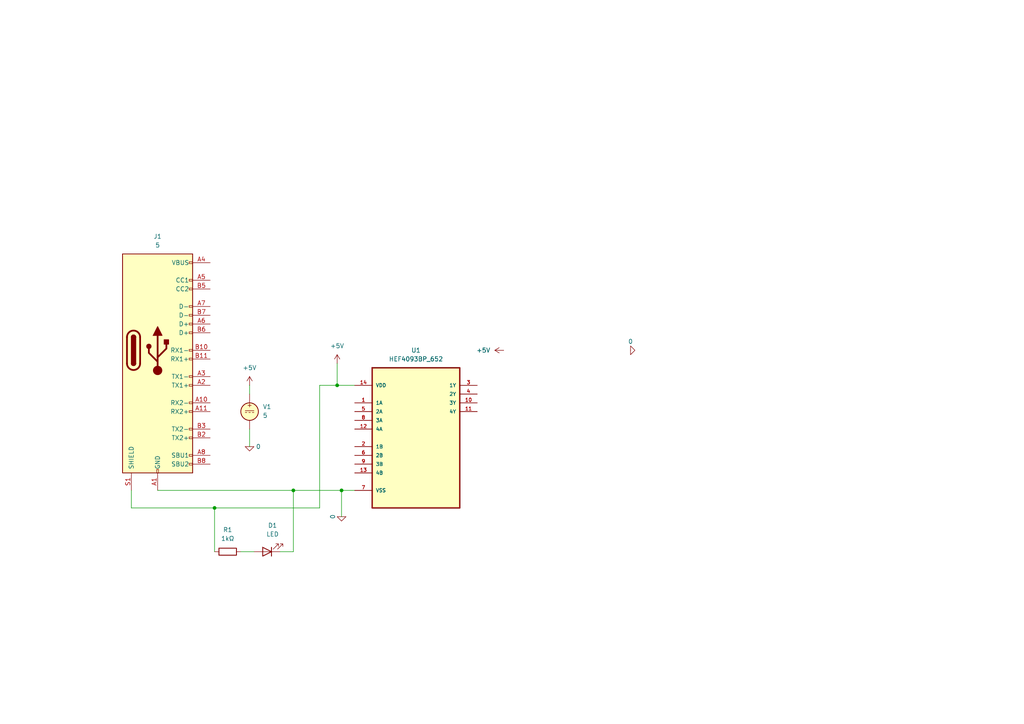
<source format=kicad_sch>
(kicad_sch (version 20231120) (generator "eeschema") (generator_version "8.0")
  (paper "A4")
  (lib_symbols
    (symbol "Connector:USB_C_Receptacle" (pin_names (offset 1.016))
      (property "Reference" "J" (at -10.16 29.21 0))
      (property "Value" "USB_C_Receptacle" (at 10.16 29.21 0))
      (symbol "USB_C_Receptacle_0_0"
        (rectangle (start -0.254 -35.56) (end 0.254 -34.544))
        (rectangle (start 10.16 -32.766) (end 9.144 -33.274))
        (rectangle (start 10.16 -30.226) (end 9.144 -30.734))
        (rectangle (start 10.16 -25.146) (end 9.144 -25.654))
        (rectangle (start 10.16 -22.606) (end 9.144 -23.114))
        (rectangle (start 10.16 -17.526) (end 9.144 -18.034))
        (rectangle (start 10.16 -14.986) (end 9.144 -15.494))
        (rectangle (start 10.16 -9.906) (end 9.144 -10.414))
        (rectangle (start 10.16 -7.366) (end 9.144 -7.874))
        (rectangle (start 10.16 -2.286) (end 9.144 -2.794))
        (rectangle (start 10.16 0.254) (end 9.144 -0.254))
        (rectangle (start 10.16 5.334) (end 9.144 4.826))
        (rectangle (start 10.16 7.874) (end 9.144 7.366))
        (rectangle (start 10.16 10.414) (end 9.144 9.906))
        (rectangle (start 10.16 12.954) (end 9.144 12.446))
        (rectangle (start 10.16 18.034) (end 9.144 17.526))
        (rectangle (start 10.16 20.574) (end 9.144 20.066))
        (rectangle (start 10.16 25.654) (end 9.144 25.146))
      )
      (symbol "USB_C_Receptacle_0_1"
        (rectangle (start -10.16 27.94) (end 10.16 -35.56) (stroke (width 0.254)) (fill (type background)))
        (arc (start -8.89 -3.81) (mid -6.985 -5.7067) (end -5.08 -3.81) (stroke (width 0.508)))
        (arc (start -7.62 -3.81) (mid -6.985 -4.4423) (end -6.35 -3.81) (stroke (width 0.254)))
        (arc (start -7.62 -3.81) (mid -6.985 -4.4423) (end -6.35 -3.81) (stroke (width 0.254)) (fill (type outline)))
        (rectangle (start -7.62 -3.81) (end -6.35 3.81) (stroke (width 0.254)) (fill (type outline)))
        (arc (start -6.35 3.81) (mid -6.985 4.4423) (end -7.62 3.81) (stroke (width 0.254)))
        (arc (start -6.35 3.81) (mid -6.985 4.4423) (end -7.62 3.81) (stroke (width 0.254)) (fill (type outline)))
        (arc (start -5.08 3.81) (mid -6.985 5.7067) (end -8.89 3.81) (stroke (width 0.508)))
        (polyline (pts (xy -8.89 -3.81) (xy -8.89 3.81)) (stroke (width 0.508)))
        (polyline (pts (xy -5.08 3.81) (xy -5.08 -3.81)) (stroke (width 0.508)))
      )
      (symbol "USB_C_Receptacle_1_1"
        (circle (center -2.54 1.143) (radius 0.635) (stroke (width 0.254)) (fill (type outline)))
        (circle (center 0 -5.842) (radius 1.27) (fill (type outline)))
        (polyline (pts (xy 0 -5.842) (xy 0 4.318)) (stroke (width 0.508)))
        (polyline (pts (xy 0 -3.302) (xy -2.54 -0.762) (xy -2.54 0.508)) (stroke (width 0.508)))
        (polyline (pts (xy 0 -2.032) (xy 2.54 0.508) (xy 2.54 1.778)) (stroke (width 0.508)))
        (polyline (pts (xy -1.27 4.318) (xy 0 6.858) (xy 1.27 4.318) (xy -1.27 4.318)) (stroke (width 0.254)) (fill (type outline)))
        (rectangle (start 1.905 1.778) (end 3.175 3.048) (stroke (width 0.254)) (fill (type outline)))
        (pin passive line (at 0 -40.64 90) (length 5.08) (name "GND") (number "A1"))
        (pin bidirectional line (at 15.24 -15.24 180) (length 5.08) (name "RX2-") (number "A10"))
        (pin bidirectional line (at 15.24 -17.78 180) (length 5.08) (name "RX2+") (number "A11"))
        (pin passive line (at 0 -40.64 90) (length 5.08) hide (name "GND") (number "A12"))
        (pin bidirectional line (at 15.24 -10.16 180) (length 5.08) (name "TX1+") (number "A2"))
        (pin bidirectional line (at 15.24 -7.62 180) (length 5.08) (name "TX1-") (number "A3"))
        (pin passive line (at 15.24 25.4 180) (length 5.08) (name "VBUS") (number "A4"))
        (pin bidirectional line (at 15.24 20.32 180) (length 5.08) (name "CC1") (number "A5"))
        (pin bidirectional line (at 15.24 7.62 180) (length 5.08) (name "D+") (number "A6"))
        (pin bidirectional line (at 15.24 12.7 180) (length 5.08) (name "D-") (number "A7"))
        (pin bidirectional line (at 15.24 -30.48 180) (length 5.08) (name "SBU1") (number "A8"))
        (pin passive line (at 15.24 25.4 180) (length 5.08) hide (name "VBUS") (number "A9"))
        (pin passive line (at 0 -40.64 90) (length 5.08) hide (name "GND") (number "B1"))
        (pin bidirectional line (at 15.24 0 180) (length 5.08) (name "RX1-") (number "B10"))
        (pin bidirectional line (at 15.24 -2.54 180) (length 5.08) (name "RX1+") (number "B11"))
        (pin passive line (at 0 -40.64 90) (length 5.08) hide (name "GND") (number "B12"))
        (pin bidirectional line (at 15.24 -25.4 180) (length 5.08) (name "TX2+") (number "B2"))
        (pin bidirectional line (at 15.24 -22.86 180) (length 5.08) (name "TX2-") (number "B3"))
        (pin passive line (at 15.24 25.4 180) (length 5.08) hide (name "VBUS") (number "B4"))
        (pin bidirectional line (at 15.24 17.78 180) (length 5.08) (name "CC2") (number "B5"))
        (pin bidirectional line (at 15.24 5.08 180) (length 5.08) (name "D+") (number "B6"))
        (pin bidirectional line (at 15.24 10.16 180) (length 5.08) (name "D-") (number "B7"))
        (pin bidirectional line (at 15.24 -33.02 180) (length 5.08) (name "SBU2") (number "B8"))
        (pin passive line (at 15.24 25.4 180) (length 5.08) hide (name "VBUS") (number "B9"))
        (pin passive line (at -7.62 -40.64 90) (length 5.08) (name "SHIELD") (number "S1"))
      )
    )
    (symbol "Device:LED" (pin_numbers hide) (pin_names (offset 1.016) hide)
      (property "Reference" "D" (at 0 2.54 0))
      (property "Value" "LED" (at 0 -2.54 0))
      (symbol "LED_0_1"
        (polyline (pts (xy -1.27 -1.27) (xy -1.27 1.27)) (stroke (width 0.254)))
        (polyline (pts (xy -1.27 0) (xy 1.27 0)))
        (polyline (pts (xy 1.27 -1.27) (xy 1.27 1.27) (xy -1.27 0) (xy 1.27 -1.27)) (stroke (width 0.254)))
        (polyline (pts (xy -3.048 -0.762) (xy -4.572 -2.286) (xy -3.81 -2.286) (xy -4.572 -2.286) (xy -4.572 -1.524)))
        (polyline (pts (xy -1.778 -0.762) (xy -3.302 -2.286) (xy -2.54 -2.286) (xy -3.302 -2.286) (xy -3.302 -1.524)))
      )
      (symbol "LED_1_1"
        (pin passive line (at -3.81 0 0) (length 2.54) (name "K") (number "1"))
        (pin passive line (at 3.81 0 180) (length 2.54) (name "A") (number "2"))
      )
    )
    (symbol "Device:R" (pin_numbers hide) (pin_names (offset 0))
      (property "Reference" "R" (at 2.032 0 90))
      (property "Value" "R" (at 0 0 90))
      (symbol "R_0_1"
        (rectangle (start -1.016 -2.54) (end 1.016 2.54) (stroke (width 0.254)))
      )
      (symbol "R_1_1"
        (pin passive line (at 0 3.81 270) (length 1.27) (name "~") (number "1"))
        (pin passive line (at 0 -3.81 90) (length 1.27) (name "~") (number "2"))
      )
    )
    (symbol "HEF4093BP_652:HEF4093BP_652" (pin_names (offset 1.016))
      (property "Reference" "U" (at -5.2644 19.9893 0))
      (property "Value" "HEF4093BP_652" (at -3.8894 -27.4549 0))
      (symbol "HEF4093BP_652_0_0"
        (rectangle (start -12.7 -22.86) (end 12.7 17.78) (stroke (width 0.4064)) (fill (type background)))
        (pin input line (at -17.78 7.62 0) (length 5.08) (name "1A") (number "1"))
        (pin output line (at 17.78 7.62 180) (length 5.08) (name "3Y") (number "10"))
        (pin output line (at 17.78 5.08 180) (length 5.08) (name "4Y") (number "11"))
        (pin input line (at -17.78 0 0) (length 5.08) (name "4A") (number "12"))
        (pin input line (at -17.78 -12.7 0) (length 5.08) (name "4B") (number "13"))
        (pin power_in line (at -17.78 12.7 0) (length 5.08) (name "VDD") (number "14"))
        (pin input line (at -17.78 -5.08 0) (length 5.08) (name "1B") (number "2"))
        (pin output line (at 17.78 12.7 180) (length 5.08) (name "1Y") (number "3"))
        (pin output line (at 17.78 10.16 180) (length 5.08) (name "2Y") (number "4"))
        (pin input line (at -17.78 5.08 0) (length 5.08) (name "2A") (number "5"))
        (pin input line (at -17.78 -7.62 0) (length 5.08) (name "2B") (number "6"))
        (pin passive line (at -17.78 -17.78 0) (length 5.08) (name "VSS") (number "7"))
        (pin input line (at -17.78 2.54 0) (length 5.08) (name "3A") (number "8"))
        (pin input line (at -17.78 -10.16 0) (length 5.08) (name "3B") (number "9"))
      )
    )
    (symbol "Simulation_SPICE:0" (power) (pin_numbers hide) (pin_names (offset 0) hide)
      (property "Value" "0" (at 0 -2.54 0))
      (symbol "0_0_1"
        (polyline (pts (xy -1.27 0) (xy 0 -1.27) (xy 1.27 0) (xy -1.27 0)))
      )
      (symbol "0_1_1"
        (pin power_in line (at 0 0 0) (length 0) (name "~") (number "1"))
      )
    )
    (symbol "Simulation_SPICE:VDC" (pin_numbers hide) (pin_names (offset 0.0254))
      (property "Reference" "V" (at 2.54 2.54 0))
      (property "Value" "1" (at 2.54 0 0))
      (symbol "VDC_0_0"
        (polyline (pts (xy -1.27 0.254) (xy 1.27 0.254)))
        (polyline (pts (xy -0.762 -0.254) (xy -1.27 -0.254)))
        (polyline (pts (xy 0.254 -0.254) (xy -0.254 -0.254)))
        (polyline (pts (xy 1.27 -0.254) (xy 0.762 -0.254)))
        (text "+" (at 0 1.905 0) (effects (font (size 1.27 1.27))))
      )
      (symbol "VDC_0_1"
        (circle (center 0 0) (radius 2.54) (stroke (width 0.254)) (fill (type background)))
      )
      (symbol "VDC_1_1"
        (pin passive line (at 0 5.08 270) (length 2.54) (name "~") (number "1"))
        (pin passive line (at 0 -5.08 90) (length 2.54) (name "~") (number "2"))
      )
    )
    (symbol "power:+5V" (power) (pin_numbers hide) (pin_names (offset 0) hide)
      (property "Value" "+5V" (at 0 3.556 0))
      (symbol "+5V_0_1"
        (polyline (pts (xy -0.762 1.27) (xy 0 2.54)))
        (polyline (pts (xy 0 0) (xy 0 2.54)))
        (polyline (pts (xy 0 2.54) (xy 0.762 1.27)))
      )
      (symbol "+5V_1_1"
        (pin power_in line (at 0 0 90) (length 0) (name "~") (number "1"))
      )
    )
  )
  (junction (at 62.23 147.32))
  (junction (at 97.79 111.76))
  (junction (at 85.09 142.24))
  (junction (at 99.06 142.24))
  (wire (pts (xy 62.23 147.32) (xy 92.71 147.32)))
  (wire (pts (xy 38.1 142.24) (xy 38.1 147.32)))
  (wire (pts (xy 81.28 160.02) (xy 85.09 160.02)))
  (wire (pts (xy 85.09 142.24) (xy 99.06 142.24)))
  (wire (pts (xy 72.39 124.46) (xy 72.39 129.54)))
  (wire (pts (xy 97.79 111.76) (xy 102.87 111.76)))
  (wire (pts (xy 72.39 111.76) (xy 72.39 114.3)))
  (wire (pts (xy 85.09 160.02) (xy 85.09 142.24)))
  (wire (pts (xy 99.06 142.24) (xy 102.87 142.24)))
  (wire (pts (xy 45.72 142.24) (xy 85.09 142.24)))
  (wire (pts (xy 92.71 111.76) (xy 97.79 111.76)))
  (wire (pts (xy 99.06 142.24) (xy 99.06 149.86)))
  (wire (pts (xy 62.23 147.32) (xy 62.23 160.02)))
  (wire (pts (xy 97.79 105.41) (xy 97.79 111.76)))
  (wire (pts (xy 38.1 147.32) (xy 62.23 147.32)))
  (wire (pts (xy 92.71 147.32) (xy 92.71 111.76)))
  (wire (pts (xy 69.85 160.02) (xy 73.66 160.02)))
  (symbol (lib_id "HEF4093BP_652:HEF4093BP_652") (at 120.65 124.46 0) (unit 1)
    (property "Reference" "U1" (at 120.65 101.6 0))
    (property "Value" "HEF4093BP_652" (at 120.65 104.14 0))
    (property "Footprint" "HEF4093BP_652:DIP254P762X420-14" (effects (hide yes)))
    (property "MF" "NXP USA" (effects (hide yes)))
    (property "Description_1" "\nNAND Gate IC 4 Channel Schmitt Trigger 14-DIP\n" (effects (hide yes)))
    (property "PACKAGE" "DIP-14" (effects (hide yes)))
    (property "MPN" "HEF4093BP,652" (effects (hide yes)))
    (property "Price" "None" (effects (hide yes)))
    (property "Package" "DIP-14 NXP Semiconductors" (effects (hide yes)))
    (property "OC_FARNELL" "1826765" (effects (hide yes)))
    (property "SnapEDA_Link" "https://www.snapeda.com/parts/HEF4093BP,652/NXP+USA+Inc./view-part/?ref=snap" (effects (hide yes)))
    (property "MP" "HEF4093BP,652" (effects (hide yes)))
    (property "SUPPLIER" "NXP" (effects (hide yes)))
    (property "OC_NEWARK" "70R5286" (effects (hide yes)))
    (property "Availability" "In Stock" (effects (hide yes)))
    (property "Check_prices" "https://www.snapeda.com/parts/HEF4093BP,652/NXP+USA+Inc./view-part/?ref=eda" (effects (hide yes)))
    (property "Sim.Library" "C:\\Users\\samue\\Documents\\GithubProjects\\Plantifier\\KiCad\\Plantifier\\Spice\\HEF4093BP.lib" (effects (hide yes)))
    (property "Sim.Name" "HEF4093BP" (effects (hide yes)))
    (property "Sim.Device" "SUBCKT" (effects (hide yes)))
    (property "Sim.Pins" "1=1A 2=1B 3=1Y 4=2Y 5=2A 6=2B 7=VSS 8=3A 9=3B 10=3Y 11=4Y 12=4A 13=4B 14=VDD" (effects (hide yes)))
  )
  (symbol (lib_id "Device:LED") (at 77.47 160.02 180) (unit 1)
    (property "Reference" "D1" (at 79.0575 152.4 0))
    (property "Value" "LED" (at 79.0575 154.94 0))
    (property "Footprint" "LED_THT:LED_D3.0mm_IRBlack" (effects (hide yes)))
    (property "Description" "Light emitting diode" (effects (hide yes)))
    (property "Sim.Library" "C:\\Users\\samue\\Documents\\GithubProjects\\Plantifier\\KiCad\\Plantifier\\Spice\\LED.lib" (effects (hide yes)))
    (property "Sim.Name" "LED" (effects (hide yes)))
    (property "Sim.Device" "SUBCKT" (effects (hide yes)))
    (property "Sim.Pins" "1=D 2=K" (effects (hide yes)))
  )
  (symbol (lib_id "power:+5V") (at 97.79 105.41 0) (mirror y) (unit 1)
    (property "Reference" "#PWR02" (effects (hide yes)))
    (property "Value" "+5V" (at 97.79 100.33 0))
    (property "Description" "Power symbol creates a global label with name \"+5V\"" (effects (hide yes)))
  )
  (symbol (lib_id "power:+5V") (at 72.39 111.76 0) (unit 1)
    (property "Reference" "#PWR01" (effects (hide yes)))
    (property "Value" "+5V" (at 72.39 106.68 0))
    (property "Description" "Power symbol creates a global label with name \"+5V\"" (effects (hide yes)))
  )
  (symbol (lib_id "Device:R") (at 66.04 160.02 90) (unit 1)
    (property "Reference" "R1" (at 66.04 153.67 90))
    (property "Value" "1kΩ" (at 66.04 156.21 90))
    (property "Footprint" "Resistor_SMD:R_0201_0603Metric" (effects (hide yes)))
    (property "Description" "Resistor" (effects (hide yes)))
  )
  (symbol (lib_id "Connector:USB_C_Receptacle") (at 45.72 101.6 0) (unit 1)
    (property "Reference" "J1" (at 45.72 68.58 0))
    (property "Value" "5" (at 45.72 71.12 0))
    (property "Footprint" "Connector_USB:USB_C_Receptacle_Amphenol_12401548E4-2A" (effects (hide yes)))
    (property "Datasheet" "https://www.usb.org/sites/default/files/documents/usb_type-c.zip" (effects (hide yes)))
    (property "Description" "USB Full-Featured Type-C Receptacle connector" (effects (hide yes)))
    (property "Sim.Library" "C:\\Users\\samue\\Documents\\GithubProjects\\Plantifier\\KiCad\\Plantifier\\Spice\\usb_c_receptacle.lib" (effects (hide yes)))
    (property "Sim.Name" "USB_C_RECEPTACLE" (effects (hide yes)))
    (property "Sim.Device" "SUBCKT" (effects (hide yes)))
    (property "Sim.Pins" "A1=A1 A2=A2 A3=A3 A4=A4 A5=A5 A6=A6 A7=A7 A8=A8 A9=A9 A10=A10 A11=A11 A12=A12 B1=B1 B2=B2 B3=B3 B4=B4 B5=B5 B6=B6 B7=B7 B8=B8 B9=B9 B11=B11 B12=B12 S1=S1" (effects (hide yes)))
  )
  (symbol (lib_id "Simulation_SPICE:0") (at 72.39 129.54 0) (unit 1)
    (property "Reference" "#GND01" (effects (hide yes)))
    (property "Value" "0" (at 74.93 129.54 0))
    (property "Datasheet" "https://ngspice.sourceforge.io/docs/ngspice-html-manual/manual.xhtml#subsec_Circuit_elements__device" (effects (hide yes)))
    (property "Description" "0V reference potential for simulation" (effects (hide yes)))
  )
  (symbol (lib_id "Simulation_SPICE:0") (at 182.88 101.6 90) (unit 1)
    (property "Reference" "#GND03" (effects (hide yes)))
    (property "Value" "0" (at 182.88 99.06 90))
    (property "Datasheet" "https://ngspice.sourceforge.io/docs/ngspice-html-manual/manual.xhtml#subsec_Circuit_elements__device" (effects (hide yes)))
    (property "Description" "0V reference potential for simulation" (effects (hide yes)))
  )
  (symbol (lib_id "Simulation_SPICE:VDC") (at 72.39 119.38 0) (unit 1) (on_board no)
    (property "Reference" "V1" (at 76.2 117.9801 0) (effects (justify left)))
    (property "Value" "5" (at 76.2 120.5201 0) (effects (justify left)))
    (property "Footprint" "Battery:BatteryHolder_Keystone_3002_1x2032" (effects (hide yes)))
    (property "Datasheet" "https://ngspice.sourceforge.io/docs/ngspice-html-manual/manual.xhtml#sec_Independent_Sources_for" (effects (hide yes)))
    (property "Description" "Voltage source, DC" (effects (hide yes)))
    (property "Sim.Pins" "1=+ 2=-" (effects (hide yes)))
    (property "Sim.Type" "DC" (effects (hide yes)))
    (property "Sim.Device" "V" (effects (hide yes)))
  )
  (symbol (lib_id "Simulation_SPICE:0") (at 99.06 149.86 0) (mirror y) (unit 1)
    (property "Reference" "#GND02" (effects (hide yes)))
    (property "Value" "0" (at 96.52 149.86 90))
    (property "Datasheet" "https://ngspice.sourceforge.io/docs/ngspice-html-manual/manual.xhtml#subsec_Circuit_elements__device" (effects (hide yes)))
    (property "Description" "0V reference potential for simulation" (effects (hide yes)))
  )
  (symbol (lib_id "power:+5V") (at 146.05 101.6 90) (mirror x) (unit 1)
    (property "Reference" "#PWR03" (effects (hide yes)))
    (property "Value" "+5V" (at 142.24 101.5999 90) (effects (justify left)))
    (property "Description" "Power symbol creates a global label with name \"+5V\"" (effects (hide yes)))
  )
)
</source>
